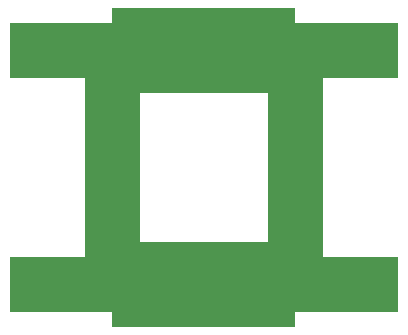
<source format=gbr>
G04 ===== Begin FILE IDENTIFICATION =====*
G04 File Format:  Gerber RS274X*
G04 ===== End FILE IDENTIFICATION =====*
%FSLAX24Y24*%
%MOIN*%
%SFA1.0000B1.0000*%
%OFA0.0B0.0*%
%ADD10C,0.025000*%
%LNcond*%
%IPPOS*%
%LPD*%
G75*
G36*
G01X0Y-921D02*
G01X2500D01*
G01Y-6882D01*
G01X0D01*
G01Y-8724D01*
G01X3421D01*
G01Y-9220D01*
G01X9525D01*
G01Y-8724D01*
G01X12946D01*
G01Y-6882D01*
G01X10446D01*
G01Y-921D01*
G01X12946D01*
G01Y921D01*
G01X9525D01*
G01Y1417D01*
G01X4341D01*
G01Y-1417D01*
G01X8605D01*
G01Y-6386D01*
G01X4341D01*
G01Y-1417D01*
G01Y1417D01*
G01X3421D01*
G01Y921D01*
G01X0D01*
G01Y-921D01*
G37*
M02*


</source>
